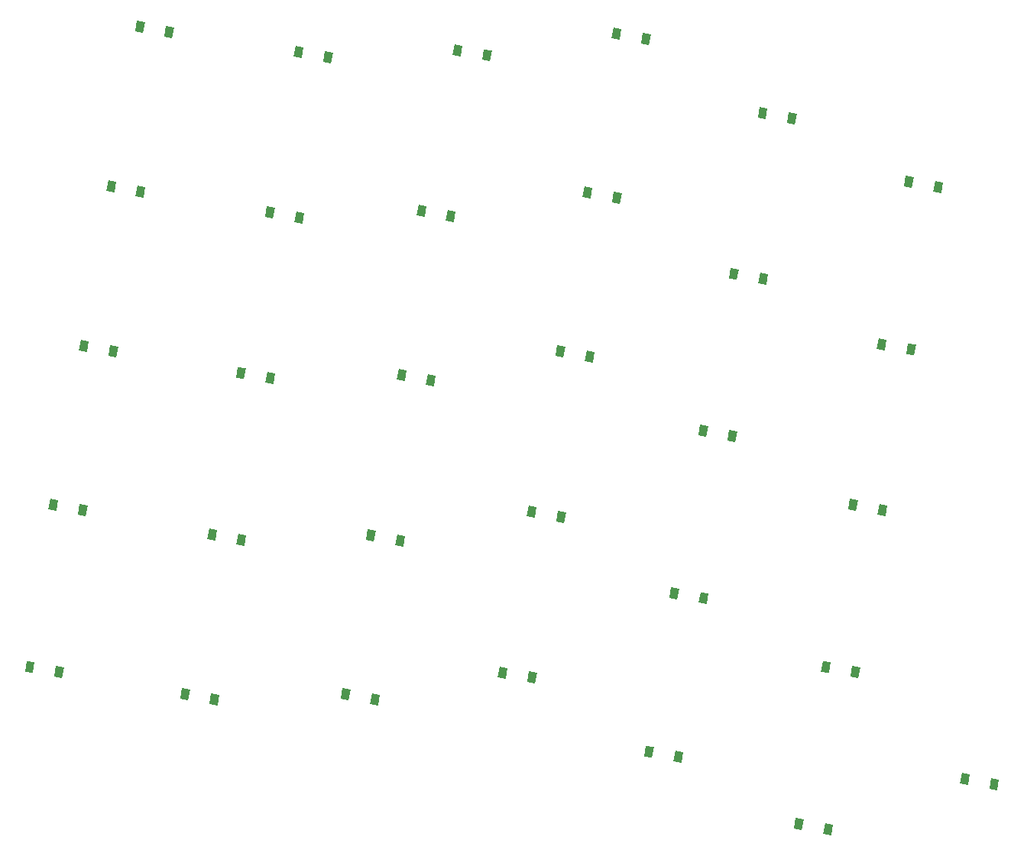
<source format=gbr>
G04 #@! TF.GenerationSoftware,KiCad,Pcbnew,(5.0.1-3-g963ef8bb5)*
G04 #@! TF.CreationDate,2019-09-06T12:34:14-07:00*
G04 #@! TF.ProjectId,atreus-ipad-11,6174726575732D697061642D31312E6B,rev?*
G04 #@! TF.SameCoordinates,Original*
G04 #@! TF.FileFunction,Paste,Top*
G04 #@! TF.FilePolarity,Positive*
%FSLAX46Y46*%
G04 Gerber Fmt 4.6, Leading zero omitted, Abs format (unit mm)*
G04 Created by KiCad (PCBNEW (5.0.1-3-g963ef8bb5)) date Friday, September 06, 2019 at 12:34:14 PM*
%MOMM*%
%LPD*%
G01*
G04 APERTURE LIST*
%ADD10C,0.900000*%
%ADD11C,0.100000*%
G04 APERTURE END LIST*
D10*
G04 #@! TO.C,D1*
X36995891Y-32297626D03*
D11*
G36*
X36448539Y-32810369D02*
X36656916Y-31628600D01*
X37543243Y-31784883D01*
X37334866Y-32966652D01*
X36448539Y-32810369D01*
X36448539Y-32810369D01*
G37*
D10*
X33746025Y-31724586D03*
D11*
G36*
X33198673Y-32237329D02*
X33407050Y-31055560D01*
X34293377Y-31211843D01*
X34085000Y-32393612D01*
X33198673Y-32237329D01*
X33198673Y-32237329D01*
G37*
G04 #@! TD*
D10*
G04 #@! TO.C,D2*
X33820824Y-49984145D03*
D11*
G36*
X33273472Y-50496888D02*
X33481849Y-49315119D01*
X34368176Y-49471402D01*
X34159799Y-50653171D01*
X33273472Y-50496888D01*
X33273472Y-50496888D01*
G37*
D10*
X30570958Y-49411107D03*
D11*
G36*
X30023606Y-49923850D02*
X30231983Y-48742081D01*
X31118310Y-48898364D01*
X30909933Y-50080133D01*
X30023606Y-49923850D01*
X30023606Y-49923850D01*
G37*
G04 #@! TD*
D10*
G04 #@! TO.C,D3*
X27546024Y-67124588D03*
D11*
G36*
X26998672Y-67637331D02*
X27207049Y-66455562D01*
X28093376Y-66611845D01*
X27884999Y-67793614D01*
X26998672Y-67637331D01*
X26998672Y-67637331D01*
G37*
D10*
X30795890Y-67697626D03*
D11*
G36*
X30248538Y-68210369D02*
X30456915Y-67028600D01*
X31343242Y-67184883D01*
X31134865Y-68366652D01*
X30248538Y-68210369D01*
X30248538Y-68210369D01*
G37*
G04 #@! TD*
D10*
G04 #@! TO.C,D4*
X24146025Y-84724588D03*
D11*
G36*
X23598673Y-85237331D02*
X23807050Y-84055562D01*
X24693377Y-84211845D01*
X24485000Y-85393614D01*
X23598673Y-85237331D01*
X23598673Y-85237331D01*
G37*
D10*
X27395891Y-85297626D03*
D11*
G36*
X26848539Y-85810369D02*
X27056916Y-84628600D01*
X27943243Y-84784883D01*
X27734866Y-85966652D01*
X26848539Y-85810369D01*
X26848539Y-85810369D01*
G37*
G04 #@! TD*
D10*
G04 #@! TO.C,D5*
X21546025Y-102724588D03*
D11*
G36*
X20998673Y-103237331D02*
X21207050Y-102055562D01*
X22093377Y-102211845D01*
X21885000Y-103393614D01*
X20998673Y-103237331D01*
X20998673Y-103237331D01*
G37*
D10*
X24795891Y-103297626D03*
D11*
G36*
X24248539Y-103810369D02*
X24456916Y-102628600D01*
X25343243Y-102784883D01*
X25134866Y-103966652D01*
X24248539Y-103810369D01*
X24248539Y-103810369D01*
G37*
G04 #@! TD*
D10*
G04 #@! TO.C,D6*
X54595891Y-35097626D03*
D11*
G36*
X54048539Y-35610369D02*
X54256916Y-34428600D01*
X55143243Y-34584883D01*
X54934866Y-35766652D01*
X54048539Y-35610369D01*
X54048539Y-35610369D01*
G37*
D10*
X51346025Y-34524588D03*
D11*
G36*
X50798673Y-35037331D02*
X51007050Y-33855562D01*
X51893377Y-34011845D01*
X51685000Y-35193614D01*
X50798673Y-35037331D01*
X50798673Y-35037331D01*
G37*
G04 #@! TD*
D10*
G04 #@! TO.C,D7*
X51395891Y-52897626D03*
D11*
G36*
X50848539Y-53410369D02*
X51056916Y-52228600D01*
X51943243Y-52384883D01*
X51734866Y-53566652D01*
X50848539Y-53410369D01*
X50848539Y-53410369D01*
G37*
D10*
X48146025Y-52324588D03*
D11*
G36*
X47598673Y-52837331D02*
X47807050Y-51655562D01*
X48693377Y-51811845D01*
X48485000Y-52993614D01*
X47598673Y-52837331D01*
X47598673Y-52837331D01*
G37*
G04 #@! TD*
D10*
G04 #@! TO.C,D8*
X44946025Y-70124588D03*
D11*
G36*
X44398673Y-70637331D02*
X44607050Y-69455562D01*
X45493377Y-69611845D01*
X45285000Y-70793614D01*
X44398673Y-70637331D01*
X44398673Y-70637331D01*
G37*
D10*
X48195891Y-70697626D03*
D11*
G36*
X47648539Y-71210369D02*
X47856916Y-70028600D01*
X48743243Y-70184883D01*
X48534866Y-71366652D01*
X47648539Y-71210369D01*
X47648539Y-71210369D01*
G37*
G04 #@! TD*
D10*
G04 #@! TO.C,D9*
X41746025Y-88031755D03*
D11*
G36*
X41198673Y-88544498D02*
X41407050Y-87362729D01*
X42293377Y-87519012D01*
X42085000Y-88700781D01*
X41198673Y-88544498D01*
X41198673Y-88544498D01*
G37*
D10*
X44995891Y-88604793D03*
D11*
G36*
X44448539Y-89117536D02*
X44656916Y-87935767D01*
X45543243Y-88092050D01*
X45334866Y-89273819D01*
X44448539Y-89117536D01*
X44448539Y-89117536D01*
G37*
G04 #@! TD*
D10*
G04 #@! TO.C,D10*
X38746025Y-105724587D03*
D11*
G36*
X38198673Y-106237330D02*
X38407050Y-105055561D01*
X39293377Y-105211844D01*
X39085000Y-106393613D01*
X38198673Y-106237330D01*
X38198673Y-106237330D01*
G37*
D10*
X41995891Y-106297627D03*
D11*
G36*
X41448539Y-106810370D02*
X41656916Y-105628601D01*
X42543243Y-105784884D01*
X42334866Y-106966653D01*
X41448539Y-106810370D01*
X41448539Y-106810370D01*
G37*
G04 #@! TD*
D10*
G04 #@! TO.C,D11*
X72195891Y-34897626D03*
D11*
G36*
X71648539Y-35410369D02*
X71856916Y-34228600D01*
X72743243Y-34384883D01*
X72534866Y-35566652D01*
X71648539Y-35410369D01*
X71648539Y-35410369D01*
G37*
D10*
X68946025Y-34324588D03*
D11*
G36*
X68398673Y-34837331D02*
X68607050Y-33655562D01*
X69493377Y-33811845D01*
X69285000Y-34993614D01*
X68398673Y-34837331D01*
X68398673Y-34837331D01*
G37*
G04 #@! TD*
D10*
G04 #@! TO.C,D12*
X68195891Y-52697626D03*
D11*
G36*
X67648539Y-53210369D02*
X67856916Y-52028600D01*
X68743243Y-52184883D01*
X68534866Y-53366652D01*
X67648539Y-53210369D01*
X67648539Y-53210369D01*
G37*
D10*
X64946025Y-52124588D03*
D11*
G36*
X64398673Y-52637331D02*
X64607050Y-51455562D01*
X65493377Y-51611845D01*
X65285000Y-52793614D01*
X64398673Y-52637331D01*
X64398673Y-52637331D01*
G37*
G04 #@! TD*
D10*
G04 #@! TO.C,D13*
X65995890Y-70897626D03*
D11*
G36*
X65448538Y-71410369D02*
X65656915Y-70228600D01*
X66543242Y-70384883D01*
X66334865Y-71566652D01*
X65448538Y-71410369D01*
X65448538Y-71410369D01*
G37*
D10*
X62746024Y-70324588D03*
D11*
G36*
X62198672Y-70837331D02*
X62407049Y-69655562D01*
X63293376Y-69811845D01*
X63084999Y-70993614D01*
X62198672Y-70837331D01*
X62198672Y-70837331D01*
G37*
G04 #@! TD*
D10*
G04 #@! TO.C,D14*
X59346025Y-88124589D03*
D11*
G36*
X58798673Y-88637332D02*
X59007050Y-87455563D01*
X59893377Y-87611846D01*
X59685000Y-88793615D01*
X58798673Y-88637332D01*
X58798673Y-88637332D01*
G37*
D10*
X62595891Y-88697627D03*
D11*
G36*
X62048539Y-89210370D02*
X62256916Y-88028601D01*
X63143243Y-88184884D01*
X62934866Y-89366653D01*
X62048539Y-89210370D01*
X62048539Y-89210370D01*
G37*
G04 #@! TD*
D10*
G04 #@! TO.C,D15*
X56546025Y-105724588D03*
D11*
G36*
X55998673Y-106237331D02*
X56207050Y-105055562D01*
X57093377Y-105211845D01*
X56885000Y-106393614D01*
X55998673Y-106237331D01*
X55998673Y-106237331D01*
G37*
D10*
X59795891Y-106297626D03*
D11*
G36*
X59248539Y-106810369D02*
X59456916Y-105628600D01*
X60343243Y-105784883D01*
X60134866Y-106966652D01*
X59248539Y-106810369D01*
X59248539Y-106810369D01*
G37*
G04 #@! TD*
D10*
G04 #@! TO.C,D16*
X89795891Y-33097626D03*
D11*
G36*
X89248539Y-33610369D02*
X89456916Y-32428600D01*
X90343243Y-32584883D01*
X90134866Y-33766652D01*
X89248539Y-33610369D01*
X89248539Y-33610369D01*
G37*
D10*
X86546025Y-32524588D03*
D11*
G36*
X85998673Y-33037331D02*
X86207050Y-31855562D01*
X87093377Y-32011845D01*
X86885000Y-33193614D01*
X85998673Y-33037331D01*
X85998673Y-33037331D01*
G37*
G04 #@! TD*
D10*
G04 #@! TO.C,D17*
X86595891Y-50697626D03*
D11*
G36*
X86048539Y-51210369D02*
X86256916Y-50028600D01*
X87143243Y-50184883D01*
X86934866Y-51366652D01*
X86048539Y-51210369D01*
X86048539Y-51210369D01*
G37*
D10*
X83346025Y-50124588D03*
D11*
G36*
X82798673Y-50637331D02*
X83007050Y-49455562D01*
X83893377Y-49611845D01*
X83685000Y-50793614D01*
X82798673Y-50637331D01*
X82798673Y-50637331D01*
G37*
G04 #@! TD*
D10*
G04 #@! TO.C,D18*
X83595891Y-68297626D03*
D11*
G36*
X83048539Y-68810369D02*
X83256916Y-67628600D01*
X84143243Y-67784883D01*
X83934866Y-68966652D01*
X83048539Y-68810369D01*
X83048539Y-68810369D01*
G37*
D10*
X80346025Y-67724588D03*
D11*
G36*
X79798673Y-68237331D02*
X80007050Y-67055562D01*
X80893377Y-67211845D01*
X80685000Y-68393614D01*
X79798673Y-68237331D01*
X79798673Y-68237331D01*
G37*
G04 #@! TD*
D10*
G04 #@! TO.C,D19*
X77146024Y-85524588D03*
D11*
G36*
X76598672Y-86037331D02*
X76807049Y-84855562D01*
X77693376Y-85011845D01*
X77484999Y-86193614D01*
X76598672Y-86037331D01*
X76598672Y-86037331D01*
G37*
D10*
X80395890Y-86097626D03*
D11*
G36*
X79848538Y-86610369D02*
X80056915Y-85428600D01*
X80943242Y-85584883D01*
X80734865Y-86766652D01*
X79848538Y-86610369D01*
X79848538Y-86610369D01*
G37*
G04 #@! TD*
D10*
G04 #@! TO.C,D20*
X73946025Y-103324588D03*
D11*
G36*
X73398673Y-103837331D02*
X73607050Y-102655562D01*
X74493377Y-102811845D01*
X74285000Y-103993614D01*
X73398673Y-103837331D01*
X73398673Y-103837331D01*
G37*
D10*
X77195891Y-103897626D03*
D11*
G36*
X76648539Y-104410369D02*
X76856916Y-103228600D01*
X77743243Y-103384883D01*
X77534866Y-104566652D01*
X76648539Y-104410369D01*
X76648539Y-104410369D01*
G37*
G04 #@! TD*
D10*
G04 #@! TO.C,D21*
X105995890Y-41897626D03*
D11*
G36*
X105448538Y-42410369D02*
X105656915Y-41228600D01*
X106543242Y-41384883D01*
X106334865Y-42566652D01*
X105448538Y-42410369D01*
X105448538Y-42410369D01*
G37*
D10*
X102746024Y-41324588D03*
D11*
G36*
X102198672Y-41837331D02*
X102407049Y-40655562D01*
X103293376Y-40811845D01*
X103084999Y-41993614D01*
X102198672Y-41837331D01*
X102198672Y-41837331D01*
G37*
G04 #@! TD*
D10*
G04 #@! TO.C,D22*
X102795891Y-59697626D03*
D11*
G36*
X102248539Y-60210369D02*
X102456916Y-59028600D01*
X103343243Y-59184883D01*
X103134866Y-60366652D01*
X102248539Y-60210369D01*
X102248539Y-60210369D01*
G37*
D10*
X99546025Y-59124588D03*
D11*
G36*
X98998673Y-59637331D02*
X99207050Y-58455562D01*
X100093377Y-58611845D01*
X99885000Y-59793614D01*
X98998673Y-59637331D01*
X98998673Y-59637331D01*
G37*
G04 #@! TD*
D10*
G04 #@! TO.C,D23*
X96146025Y-76524588D03*
D11*
G36*
X95598673Y-77037331D02*
X95807050Y-75855562D01*
X96693377Y-76011845D01*
X96485000Y-77193614D01*
X95598673Y-77037331D01*
X95598673Y-77037331D01*
G37*
D10*
X99395891Y-77097626D03*
D11*
G36*
X98848539Y-77610369D02*
X99056916Y-76428600D01*
X99943243Y-76584883D01*
X99734866Y-77766652D01*
X98848539Y-77610369D01*
X98848539Y-77610369D01*
G37*
G04 #@! TD*
D10*
G04 #@! TO.C,D24*
X92946024Y-94524588D03*
D11*
G36*
X92398672Y-95037331D02*
X92607049Y-93855562D01*
X93493376Y-94011845D01*
X93284999Y-95193614D01*
X92398672Y-95037331D01*
X92398672Y-95037331D01*
G37*
D10*
X96195890Y-95097626D03*
D11*
G36*
X95648538Y-95610369D02*
X95856915Y-94428600D01*
X96743242Y-94584883D01*
X96534865Y-95766652D01*
X95648538Y-95610369D01*
X95648538Y-95610369D01*
G37*
G04 #@! TD*
D10*
G04 #@! TO.C,D25*
X90146025Y-112124588D03*
D11*
G36*
X89598673Y-112637331D02*
X89807050Y-111455562D01*
X90693377Y-111611845D01*
X90485000Y-112793614D01*
X89598673Y-112637331D01*
X89598673Y-112637331D01*
G37*
D10*
X93395891Y-112697626D03*
D11*
G36*
X92848539Y-113210369D02*
X93056916Y-112028600D01*
X93943243Y-112184883D01*
X93734866Y-113366652D01*
X92848539Y-113210369D01*
X92848539Y-113210369D01*
G37*
G04 #@! TD*
D10*
G04 #@! TO.C,D26*
X125146024Y-115124588D03*
D11*
G36*
X124598672Y-115637331D02*
X124807049Y-114455562D01*
X125693376Y-114611845D01*
X125484999Y-115793614D01*
X124598672Y-115637331D01*
X124598672Y-115637331D01*
G37*
D10*
X128395890Y-115697626D03*
D11*
G36*
X127848538Y-116210369D02*
X128056915Y-115028600D01*
X128943242Y-115184883D01*
X128734865Y-116366652D01*
X127848538Y-116210369D01*
X127848538Y-116210369D01*
G37*
G04 #@! TD*
D10*
G04 #@! TO.C,D27*
X122195891Y-49497626D03*
D11*
G36*
X121648539Y-50010369D02*
X121856916Y-48828600D01*
X122743243Y-48984883D01*
X122534866Y-50166652D01*
X121648539Y-50010369D01*
X121648539Y-50010369D01*
G37*
D10*
X118946025Y-48924588D03*
D11*
G36*
X118398673Y-49437331D02*
X118607050Y-48255562D01*
X119493377Y-48411845D01*
X119285000Y-49593614D01*
X118398673Y-49437331D01*
X118398673Y-49437331D01*
G37*
G04 #@! TD*
D10*
G04 #@! TO.C,D28*
X119195891Y-67497626D03*
D11*
G36*
X118648539Y-68010369D02*
X118856916Y-66828600D01*
X119743243Y-66984883D01*
X119534866Y-68166652D01*
X118648539Y-68010369D01*
X118648539Y-68010369D01*
G37*
D10*
X115946025Y-66924588D03*
D11*
G36*
X115398673Y-67437331D02*
X115607050Y-66255562D01*
X116493377Y-66411845D01*
X116285000Y-67593614D01*
X115398673Y-67437331D01*
X115398673Y-67437331D01*
G37*
G04 #@! TD*
D10*
G04 #@! TO.C,D29*
X115995891Y-85297627D03*
D11*
G36*
X115448539Y-85810370D02*
X115656916Y-84628601D01*
X116543243Y-84784884D01*
X116334866Y-85966653D01*
X115448539Y-85810370D01*
X115448539Y-85810370D01*
G37*
D10*
X112746025Y-84724589D03*
D11*
G36*
X112198673Y-85237332D02*
X112407050Y-84055563D01*
X113293377Y-84211846D01*
X113085000Y-85393615D01*
X112198673Y-85237332D01*
X112198673Y-85237332D01*
G37*
G04 #@! TD*
D10*
G04 #@! TO.C,D30*
X109746025Y-102724588D03*
D11*
G36*
X109198673Y-103237331D02*
X109407050Y-102055562D01*
X110293377Y-102211845D01*
X110085000Y-103393614D01*
X109198673Y-103237331D01*
X109198673Y-103237331D01*
G37*
D10*
X112995891Y-103297626D03*
D11*
G36*
X112448539Y-103810369D02*
X112656916Y-102628600D01*
X113543243Y-102784883D01*
X113334866Y-103966652D01*
X112448539Y-103810369D01*
X112448539Y-103810369D01*
G37*
G04 #@! TD*
D10*
G04 #@! TO.C,D31*
X106746025Y-120124588D03*
D11*
G36*
X106198673Y-120637331D02*
X106407050Y-119455562D01*
X107293377Y-119611845D01*
X107085000Y-120793614D01*
X106198673Y-120637331D01*
X106198673Y-120637331D01*
G37*
D10*
X109995891Y-120697626D03*
D11*
G36*
X109448539Y-121210369D02*
X109656916Y-120028600D01*
X110543243Y-120184883D01*
X110334866Y-121366652D01*
X109448539Y-121210369D01*
X109448539Y-121210369D01*
G37*
G04 #@! TD*
M02*

</source>
